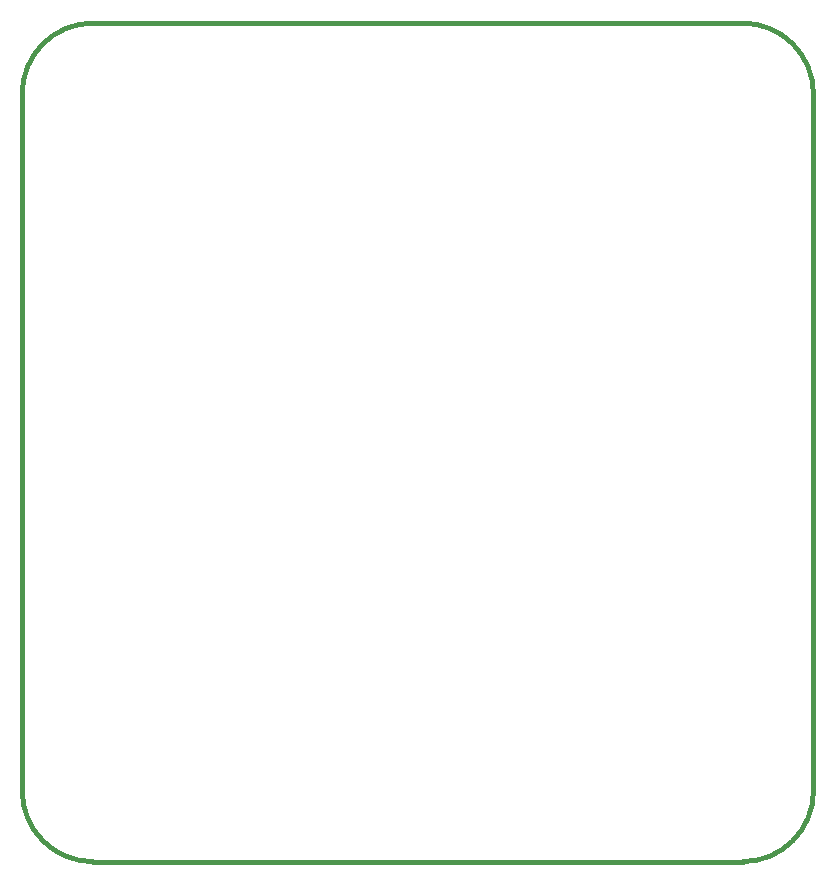
<source format=gm1>
G04 #@! TF.FileFunction,Profile,NP*
%FSLAX46Y46*%
G04 Gerber Fmt 4.6, Leading zero omitted, Abs format (unit mm)*
G04 Created by KiCad (PCBNEW 4.0.2+e4-6225~38~ubuntu15.10.1-stable) date Mon 19 Jun 2017 22:11:17 SAST*
%MOMM*%
G01*
G04 APERTURE LIST*
%ADD10C,0.150000*%
%ADD11C,0.381000*%
G04 APERTURE END LIST*
D10*
D11*
X115000000Y-139000000D02*
G75*
G03X121000000Y-145000000I6000000J0D01*
G01*
X176000000Y-145000000D02*
G75*
G03X182000000Y-139000000I0J6000000D01*
G01*
X121000000Y-74000000D02*
G75*
G03X115000000Y-80000000I0J-6000000D01*
G01*
X182000000Y-80000000D02*
G75*
G03X176000000Y-74000000I-6000000J0D01*
G01*
X115000000Y-139000000D02*
X115000000Y-80000000D01*
X176000000Y-74000000D02*
X121000000Y-74000000D01*
X182000000Y-139000000D02*
X182000000Y-80000000D01*
X121000000Y-145000000D02*
X176000000Y-145000000D01*
M02*

</source>
